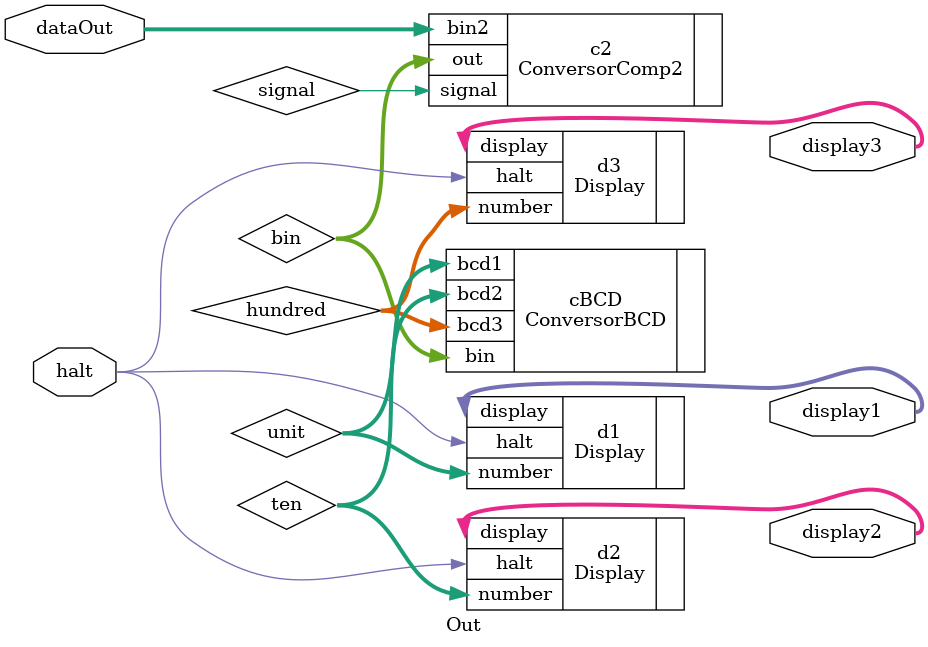
<source format=v>
module Out(dataOut, halt, display1, display2, display3);
	input [8:0] dataOut;
	input halt;
	wire [8:0] bin;
	wire signal;
	wire [3:0] unit, ten, hundred;
	output [6:0] display1, display2, display3;

	ConversorComp2 c2(.bin2(dataOut), .out(bin), .signal(signal));

	ConversorBCD cBCD(.bin(bin), .bcd1(unit), .bcd2(ten), .bcd3(hundred));

	Display d1(.number(unit), .halt(halt), .display(display1));

	Display d2(.number(ten), .halt(halt), .display(display2));

	Display d3(.number(hundred), .halt(halt), .display(display3));

endmodule 
</source>
